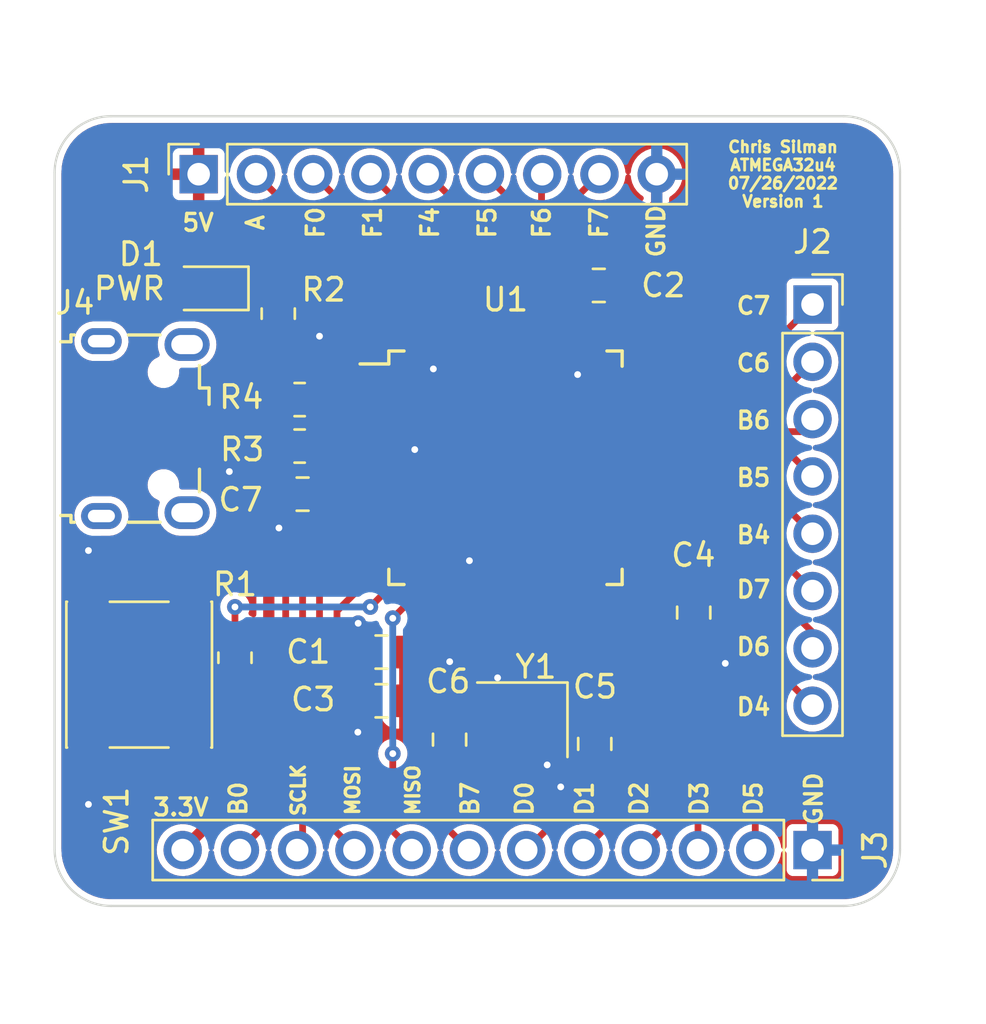
<source format=kicad_pcb>
(kicad_pcb (version 20211014) (generator pcbnew)
  (layers (0 "F.Cu" signal) (31 "B.Cu" signal) (34 "B.Paste" user) (35 "F.Paste" user) (36 "B.SilkS" user "B.Silkscreen") (37 "F.SilkS" user "F.Silkscreen") (38 "B.Mask" user) (39 "F.Mask" user) (44 "Edge.Cuts" user))
  (net 0 "")
  (net 1 "+5V")
  (net 2 "GND")
  (net 3 "/XTAL_IN")
  (net 4 "/XTAL_OUT")
  (net 5 "+3.3V")
  (net 6 "Net-(D1-Pad1)")
  (net 7 "/AREF")
  (net 8 "/F0")
  (net 9 "/F1")
  (net 10 "/F4")
  (net 11 "/F5")
  (net 12 "/F6")
  (net 13 "/F7")
  (net 14 "/C6")
  (net 15 "/C7")
  (net 16 "/B4")
  (net 17 "/B5")
  (net 18 "/B6")
  (net 19 "/B7")
  (net 20 "/D0")
  (net 21 "/D1")
  (net 22 "/D2")
  (net 23 "/D3")
  (net 24 "/D4")
  (net 25 "/D5")
  (net 26 "/D6")
  (net 27 "/D7")
  (net 28 "/B0")
  (net 29 "/SCLK")
  (net 30 "/MOSI")
  (net 31 "/MISO")
  (net 32 "/USB_D+")
  (net 33 "/USB_D-")
  (net 36 "/RST")
  (net 37 "Net-(J4-Pad2)")
  (net 38 "Net-(J4-Pad3)")
  (footprint "Capacitor_SMD:C_0805_2012Metric_Pad1.18x1.45mm_HandSolder" (layer "F.Cu") (at 137.52 52.63 -90)
    (fp_text reference "C6" (at -2.58 0.06 180) (layer "F.SilkS"))
    (fp_text value "22pF")
    (fp_line (start -0.261252 0.735) (end 0.261252 0.735) (layer "F.SilkS") (width 0.12))
    (fp_line (start -0.261252 -0.735) (end 0.261252 -0.735) (layer "F.SilkS") (width 0.12))
    (pad "1" smd roundrect (at -1.0375 0 270) (size 1.175 1.45) (layers "F.Cu" "F.Paste" "F.Mask") (roundrect_rratio 0.2127659574) (net 2 "GND"))
    (pad "2" smd roundrect (at 1.0375 0 270) (size 1.175 1.45) (layers "F.Cu" "F.Paste" "F.Mask") (roundrect_rratio 0.2127659574) (net 4 "/XTAL_OUT"))
  )
  (footprint "Capacitor_SMD:C_0805_2012Metric_Pad1.18x1.45mm_HandSolder" (layer "F.Cu") (at 144.14 32.5 180)
    (fp_text reference "C2" (at -2.86 0) (layer "F.SilkS"))
    (fp_text value "100nF")
    (fp_line (start -0.261252 -0.735) (end 0.261252 -0.735) (layer "F.SilkS") (width 0.12))
    (fp_line (start -0.261252 0.735) (end 0.261252 0.735) (layer "F.SilkS") (width 0.12))
    (pad "1" smd roundrect (at -1.0375 0 180) (size 1.175 1.45) (layers "F.Cu" "F.Paste" "F.Mask") (roundrect_rratio 0.2127659574) (net 1 "+5V"))
    (pad "2" smd roundrect (at 1.0375 0 180) (size 1.175 1.45) (layers "F.Cu" "F.Paste" "F.Mask") (roundrect_rratio 0.2127659574) (net 2 "GND"))
  )
  (footprint "Connector_USB:USB_Micro-B_Wuerth_629105150521" (layer "F.Cu") (at 124.025 38.845 -90)
    (fp_text reference "J4" (at -5.571 3.121 180) (layer "F.SilkS"))
    (fp_text value "USB_B_Micro")
    (fp_line (start -4.15 3.3) (end -3.85 3.3) (layer "F.SilkS") (width 0.15))
    (fp_line (start -4.15 -0.65) (end -4.15 0.75) (layer "F.SilkS") (width 0.15))
    (fp_line (start -1.075 -2.825) (end -1.8 -2.825) (layer "F.SilkS") (width 0.15))
    (fp_line (start -4.15 3.15) (end -4.15 3.3) (layer "F.SilkS") (width 0.15))
    (fp_line (start 3.85 3.75) (end 3.85 3.3) (layer "F.SilkS") (width 0.15))
    (fp_line (start 4.15 3.3) (end 4.15 3.15) (layer "F.SilkS") (width 0.15))
    (fp_line (start 3.85 3.3) (end 4.15 3.3) (layer "F.SilkS") (width 0.15))
    (fp_line (start -3.85 3.3) (end -3.85 3.75) (layer "F.SilkS") (width 0.15))
    (fp_line (start 1.8 -2.4) (end 2.8 -2.4) (layer "F.SilkS") (width 0.15))
    (fp_line (start -1.8 -2.825) (end -1.8 -2.4) (layer "F.SilkS") (width 0.15))
    (fp_line (start -1.8 -2.4) (end -2.8 -2.4) (layer "F.SilkS") (width 0.15))
    (fp_line (start 4.15 0.75) (end 4.15 -0.65) (layer "F.SilkS") (width 0.15))
    (pad "" np_thru_hole oval (at 2.5 -0.8 270) (size 0.8 0.8) (drill 0.8) (layers *.Cu *.Mask))
    (pad "" np_thru_hole oval (at -2.5 -0.8 270) (size 0.8 0.8) (drill 0.8) (layers *.Cu *.Mask))
    (pad "1" smd rect (at -1.3 -1.9 270) (size 0.45 1.3) (layers "F.Cu" "F.Paste" "F.Mask") (net 1 "+5V"))
    (pad "2" smd rect (at -0.65 -1.9 270) (size 0.45 1.3) (layers "F.Cu" "F.Paste" "F.Mask") (net 37 "Net-(J4-Pad2)"))
    (pad "3" smd rect (at 0 -1.9 270) (size 0.45 1.3) (layers "F.Cu" "F.Paste" "F.Mask") (net 38 "Net-(J4-Pad3)"))
    (pad "4" smd rect (at 0.65 -1.9 270) (size 0.45 1.3) (layers "F.Cu" "F.Paste" "F.Mask"))
    (pad "5" smd rect (at 1.3 -1.9 270) (size 0.45 1.3) (layers "F.Cu" "F.Paste" "F.Mask") (net 2 "GND"))
    (pad "6" thru_hole oval (at -3.725 -1.85 270) (size 1.45 2) (drill oval 0.85 1.4) (layers *.Cu *.Mask))
    (pad "6" thru_hole oval (at -3.875 1.95 270) (size 1.15 1.8) (drill oval 0.55 1.2) (layers *.Cu *.Mask))
    (pad "6" thru_hole oval (at 3.875 1.95 270) (size 1.15 1.8) (drill oval 0.55 1.2) (layers *.Cu *.Mask))
    (pad "6" thru_hole oval (at 3.725 -1.85 270) (size 1.45 2) (drill oval 0.85 1.4) (layers *.Cu *.Mask))
  )
  (footprint "Package_QFP:TQFP-44_10x10mm_P0.8mm" (layer "F.Cu") (at 140 40.58)
    (fp_text reference "U1" (at 0 -7.45) (layer "F.SilkS"))
    (fp_text value "ATmega32U4-A")
    (fp_line (start -5.175 -5.175) (end -5.175 -4.6) (layer "F.SilkS") (width 0.15))
    (fp_line (start 5.175 -5.175) (end 5.175 -4.5) (layer "F.SilkS") (width 0.15))
    (fp_line (start -5.175 -5.175) (end -4.5 -5.175) (layer "F.SilkS") (width 0.15))
    (fp_line (start -5.175 5.175) (end -4.5 5.175) (layer "F.SilkS") (width 0.15))
    (fp_line (start -5.175 5.175) (end -5.175 4.5) (layer "F.SilkS") (width 0.15))
    (fp_line (start 5.175 -5.175) (end 4.5 -5.175) (layer "F.SilkS") (width 0.15))
    (fp_line (start 5.175 5.175) (end 4.5 5.175) (layer "F.SilkS") (width 0.15))
    (fp_line (start 5.175 5.175) (end 5.175 4.5) (layer "F.SilkS") (width 0.15))
    (fp_line (start -5.175 -4.6) (end -6.45 -4.6) (layer "F.SilkS") (width 0.15))
    (pad "1" smd rect (at -5.7 -4) (size 1.5 0.55) (layers "F.Cu" "F.Paste" "F.Mask"))
    (pad "2" smd rect (at -5.7 -3.2) (size 1.5 0.55) (layers "F.Cu" "F.Paste" "F.Mask") (net 1 "+5V"))
    (pad "3" smd rect (at -5.7 -2.4) (size 1.5 0.55) (layers "F.Cu" "F.Paste" "F.Mask") (net 33 "/USB_D-"))
    (pad "4" smd rect (at -5.7 -1.6) (size 1.5 0.55) (layers "F.Cu" "F.Paste" "F.Mask") (net 32 "/USB_D+"))
    (pad "5" smd rect (at -5.7 -0.8) (size 1.5 0.55) (layers "F.Cu" "F.Paste" "F.Mask") (net 2 "GND"))
    (pad "6" smd rect (at -5.7 0) (size 1.5 0.55) (layers "F.Cu" "F.Paste" "F.Mask") (net 5 "+3.3V"))
    (pad "7" smd rect (at -5.7 0.8) (size 1.5 0.55) (layers "F.Cu" "F.Paste" "F.Mask") (net 1 "+5V"))
    (pad "8" smd rect (at -5.7 1.6) (size 1.5 0.55) (layers "F.Cu" "F.Paste" "F.Mask") (net 28 "/B0"))
    (pad "9" smd rect (at -5.7 2.4) (size 1.5 0.55) (layers "F.Cu" "F.Paste" "F.Mask") (net 29 "/SCLK"))
    (pad "10" smd rect (at -5.7 3.2) (size 1.5 0.55) (layers "F.Cu" "F.Paste" "F.Mask") (net 30 "/MOSI"))
    (pad "11" smd rect (at -5.7 4) (size 1.5 0.55) (layers "F.Cu" "F.Paste" "F.Mask") (net 31 "/MISO"))
    (pad "12" smd rect (at -4 5.7 90) (size 1.5 0.55) (layers "F.Cu" "F.Paste" "F.Mask") (net 19 "/B7"))
    (pad "13" smd rect (at -3.2 5.7 90) (size 1.5 0.55) (layers "F.Cu" "F.Paste" "F.Mask") (net 36 "/RST"))
    (pad "14" smd rect (at -2.4 5.7 90) (size 1.5 0.55) (layers "F.Cu" "F.Paste" "F.Mask") (net 1 "+5V"))
    (pad "15" smd rect (at -1.6 5.7 90) (size 1.5 0.55) (layers "F.Cu" "F.Paste" "F.Mask") (net 2 "GND"))
    (pad "16" smd rect (at -0.8 5.7 90) (size 1.5 0.55) (layers "F.Cu" "F.Paste" "F.Mask") (net 4 "/XTAL_OUT"))
    (pad "17" smd rect (at 0 5.7 90) (size 1.5 0.55) (layers "F.Cu" "F.Paste" "F.Mask") (net 3 "/XTAL_IN"))
    (pad "18" smd rect (at 0.8 5.7 90) (size 1.5 0.55) (layers "F.Cu" "F.Paste" "F.Mask") (net 20 "/D0"))
    (pad "19" smd rect (at 1.6 5.7 90) (size 1.5 0.55) (layers "F.Cu" "F.Paste" "F.Mask") (net 21 "/D1"))
    (pad "20" smd rect (at 2.4 5.7 90) (size 1.5 0.55) (layers "F.Cu" "F.Paste" "F.Mask") (net 22 "/D2"))
    (pad "21" smd rect (at 3.2 5.7 90) (size 1.5 0.55) (layers "F.Cu" "F.Paste" "F.Mask") (net 23 "/D3"))
    (pad "22" smd rect (at 4 5.7 90) (size 1.5 0.55) (layers "F.Cu" "F.Paste" "F.Mask") (net 25 "/D5"))
    (pad "23" smd rect (at 5.7 4) (size 1.5 0.55) (layers "F.Cu" "F.Paste" "F.Mask") (net 2 "GND"))
    (pad "24" smd rect (at 5.7 3.2) (size 1.5 0.55) (layers "F.Cu" "F.Paste" "F.Mask") (net 1 "+5V"))
    (pad "25" smd rect (at 5.7 2.4) (size 1.5 0.55) (layers "F.Cu" "F.Paste" "F.Mask") (net 24 "/D4"))
    (pad "26" smd rect (at 5.7 1.6) (size 1.5 0.55) (layers "F.Cu" "F.Paste" "F.Mask") (net 26 "/D6"))
    (pad "27" smd rect (at 5.7 0.8) (size 1.5 0.55) (layers "F.Cu" "F.Paste" "F.Mask") (net 27 "/D7"))
    (pad "28" smd rect (at 5.7 0) (size 1.5 0.55) (layers "F.Cu" "F.Paste" "F.Mask") (net 16 "/B4"))
    (pad "29" smd rect (at 5.7 -0.8) (size 1.5 0.55) (layers "F.Cu" "F.Paste" "F.Mask") (net 17 "/B5"))
    (pad "30" smd rect (at 5.7 -1.6) (size 1.5 0.55) (layers "F.Cu" "F.Paste" "F.Mask") (net 18 "/B6"))
    (pad "31" smd rect (at 5.7 -2.4) (size 1.5 0.55) (layers "F.Cu" "F.Paste" "F.Mask") (net 14 "/C6"))
    (pad "32" smd rect (at 5.7 -3.2) (size 1.5 0.55) (layers "F.Cu" "F.Paste" "F.Mask") (net 15 "/C7"))
    (pad "33" smd rect (at 5.7 -4) (size 1.5 0.55) (layers "F.Cu" "F.Paste" "F.Mask"))
    (pad "34" smd rect (at 4 -5.7 90) (size 1.5 0.55) (layers "F.Cu" "F.Paste" "F.Mask") (net 1 "+5V"))
    (pad "35" smd rect (at 3.2 -5.7 90) (size 1.5 0.55) (layers "F.Cu" "F.Paste" "F.Mask") (net 2 "GND"))
    (pad "36" smd rect (at 2.4 -5.7 90) (size 1.5 0.55) (layers "F.Cu" "F.Paste" "F.Mask") (net 13 "/F7"))
    (pad "37" smd rect (at 1.6 -5.7 90) (size 1.5 0.55) (layers "F.Cu" "F.Paste" "F.Mask") (net 12 "/F6"))
    (pad "38" smd rect (at 0.8 -5.7 90) (size 1.5 0.55) (layers "F.Cu" "F.Paste" "F.Mask") (net 11 "/F5"))
    (pad "39" smd rect (at 0 -5.7 90) (size 1.5 0.55) (layers "F.Cu" "F.Paste" "F.Mask") (net 10 "/F4"))
    (pad "40" smd rect (at -0.8 -5.7 90) (size 1.5 0.55) (layers "F.Cu" "F.Paste" "F.Mask") (net 9 "/F1"))
    (pad "41" smd rect (at -1.6 -5.7 90) (size 1.5 0.55) (layers "F.Cu" "F.Paste" "F.Mask") (net 8 "/F0"))
    (pad "42" smd rect (at -2.4 -5.7 90) (size 1.5 0.55) (layers "F.Cu" "F.Paste" "F.Mask") (net 7 "/AREF"))
    (pad "43" smd rect (at -3.2 -5.7 90) (size 1.5 0.55) (layers "F.Cu" "F.Paste" "F.Mask") (net 2 "GND"))
    (pad "44" smd rect (at -4 -5.7 90) (size 1.5 0.55) (layers "F.Cu" "F.Paste" "F.Mask") (net 1 "+5V"))
  )
  (footprint "Button_Switch_SMD:SW_Push_1P1T_NO_6x6mm_H9.5mm" (layer "F.Cu") (at 123.75 49.75 90)
    (fp_text reference "SW1" (at -6.5 -1 270) (layer "F.SilkS"))
    (fp_text value "SW_Push")
    (fp_line (start -3.23 3.23) (end -3.23 3.2) (layer "F.SilkS") (width 0.12))
    (fp_line (start 3.23 3.23) (end 3.23 3.2) (layer "F.SilkS") (width 0.12))
    (fp_line (start -3.23 -3.23) (end 3.23 -3.23) (layer "F.SilkS") (width 0.12))
    (fp_line (start -3.23 3.23) (end 3.23 3.23) (layer "F.SilkS") (width 0.12))
    (fp_line (start 3.23 -3.23) (end 3.23 -3.2) (layer "F.SilkS") (width 0.12))
    (fp_line (start -3.23 -3.2) (end -3.23 -3.23) (layer "F.SilkS") (width 0.12))
    (fp_line (start -3.23 -1.3) (end -3.23 1.3) (layer "F.SilkS") (width 0.12))
    (fp_line (start 3.23 -1.3) (end 3.23 1.3) (layer "F.SilkS") (width 0.12))
    (pad "1" smd rect (at -3.975 -2.25 90) (size 1.55 1.3) (layers "F.Cu" "F.Paste" "F.Mask") (net 2 "GND"))
    (pad "1" smd rect (at 3.975 -2.25 90) (size 1.55 1.3) (layers "F.Cu" "F.Paste" "F.Mask") (net 2 "GND"))
    (pad "2" smd rect (at -3.975 2.25 90) (size 1.55 1.3) (layers "F.Cu" "F.Paste" "F.Mask") (net 36 "/RST"))
    (pad "2" smd rect (at 3.975 2.25 90) (size 1.55 1.3) (layers "F.Cu" "F.Paste" "F.Mask") (net 36 "/RST"))
  )
  (footprint "Resistor_SMD:R_0805_2012Metric_Pad1.20x1.40mm_HandSolder" (layer "F.Cu") (at 130.87 37.56)
    (fp_text reference "R4" (at -2.59 -0.11) (layer "F.SilkS"))
    (fp_text value "22R")
    (fp_line (start -0.227064 0.735) (end 0.227064 0.735) (layer "F.SilkS") (width 0.12))
    (fp_line (start -0.227064 -0.735) (end 0.227064 -0.735) (layer "F.SilkS") (width 0.12))
    (pad "1" smd roundrect (at -1 0) (size 1.2 1.4) (layers "F.Cu" "F.Paste" "F.Mask") (roundrect_rratio 0.2083333333) (net 37 "Net-(J4-Pad2)"))
    (pad "2" smd roundrect (at 1 0) (size 1.2 1.4) (layers "F.Cu" "F.Paste" "F.Mask") (roundrect_rratio 0.2083333333) (net 33 "/USB_D-"))
  )
  (footprint "Capacitor_SMD:C_0805_2012Metric_Pad1.18x1.45mm_HandSolder" (layer "F.Cu") (at 134.5 48.75 180)
    (fp_text reference "C1" (at 3.25 0.01) (layer "F.SilkS"))
    (fp_text value "10uF")
    (fp_line (start -0.261252 0.735) (end 0.261252 0.735) (layer "F.SilkS") (width 0.12))
    (fp_line (start -0.261252 -0.735) (end 0.261252 -0.735) (layer "F.SilkS") (width 0.12))
    (pad "1" smd roundrect (at -1.0375 0 180) (size 1.175 1.45) (layers "F.Cu" "F.Paste" "F.Mask") (roundrect_rratio 0.2127659574) (net 1 "+5V"))
    (pad "2" smd roundrect (at 1.0375 0 180) (size 1.175 1.45) (layers "F.Cu" "F.Paste" "F.Mask") (roundrect_rratio 0.2127659574) (net 2 "GND"))
  )
  (footprint "LED_SMD:LED_0805_2012Metric_Pad1.15x1.40mm_HandSolder" (layer "F.Cu") (at 126.74 32.63 180)
    (fp_text reference "D1" (at 2.915 1.515) (layer "F.SilkS"))
    (fp_text value "RED")
    (fp_line (start 1 -0.96) (end -1.86 -0.96) (layer "F.SilkS") (width 0.12))
    (fp_line (start -1.86 0.96) (end 1 0.96) (layer "F.SilkS") (width 0.12))
    (fp_line (start -1.86 -0.96) (end -1.86 0.96) (layer "F.SilkS") (width 0.12))
    (pad "1" smd roundrect (at -1.025 0 180) (size 1.15 1.4) (layers "F.Cu" "F.Paste" "F.Mask") (roundrect_rratio 0.2173913043) (net 6 "Net-(D1-Pad1)"))
    (pad "2" smd roundrect (at 1.025 0 180) (size 1.15 1.4) (layers "F.Cu" "F.Paste" "F.Mask") (roundrect_rratio 0.2173913043) (net 1 "+5V"))
  )
  (footprint "Resistor_SMD:R_0805_2012Metric_Pad1.20x1.40mm_HandSolder" (layer "F.Cu") (at 128 49 -90)
    (fp_text reference "R1" (at -3.25 0 180) (layer "F.SilkS"))
    (fp_text value "10k")
    (fp_line (start -0.227064 -0.735) (end 0.227064 -0.735) (layer "F.SilkS") (width 0.12))
    (fp_line (start -0.227064 0.735) (end 0.227064 0.735) (layer "F.SilkS") (width 0.12))
    (pad "1" smd roundrect (at -1 0 270) (size 1.2 1.4) (layers "F.Cu" "F.Paste" "F.Mask") (roundrect_rratio 0.2083333333) (net 36 "/RST"))
    (pad "2" smd roundrect (at 1 0 270) (size 1.2 1.4) (layers "F.Cu" "F.Paste" "F.Mask") (roundrect_rratio 0.2083333333) (net 1 "+5V"))
  )
  (footprint "Capacitor_SMD:C_0805_2012Metric_Pad1.18x1.45mm_HandSolder" (layer "F.Cu") (at 131 41.75 180)
    (fp_text reference "C7" (at 2.75 -0.25 180) (layer "F.SilkS"))
    (fp_text value "1uF")
    (fp_line (start -0.261252 0.735) (end 0.261252 0.735) (layer "F.SilkS") (width 0.12))
    (fp_line (start -0.261252 -0.735) (end 0.261252 -0.735) (layer "F.SilkS") (width 0.12))
    (pad "1" smd roundrect (at -1.0375 0 180) (size 1.175 1.45) (layers "F.Cu" "F.Paste" "F.Mask") (roundrect_rratio 0.2127659574) (net 5 "+3.3V"))
    (pad "2" smd roundrect (at 1.0375 0 180) (size 1.175 1.45) (layers "F.Cu" "F.Paste" "F.Mask") (roundrect_rratio 0.2127659574) (net 2 "GND"))
  )
  (footprint "Capacitor_SMD:C_0805_2012Metric_Pad1.18x1.45mm_HandSolder" (layer "F.Cu") (at 148.35 47 -90)
    (fp_text reference "C4" (at -2.55 0.014 180) (layer "F.SilkS"))
    (fp_text value "100nF")
    (fp_line (start -0.261252 0.735) (end 0.261252 0.735) (layer "F.SilkS") (width 0.12))
    (fp_line (start -0.261252 -0.735) (end 0.261252 -0.735) (layer "F.SilkS") (width 0.12))
    (pad "1" smd roundrect (at -1.0375 0 270) (size 1.175 1.45) (layers "F.Cu" "F.Paste" "F.Mask") (roundrect_rratio 0.2127659574) (net 1 "+5V"))
    (pad "2" smd roundrect (at 1.0375 0 270) (size 1.175 1.45) (layers "F.Cu" "F.Paste" "F.Mask") (roundrect_rratio 0.2127659574) (net 2 "GND"))
  )
  (footprint "Connector_PinSocket_2.54mm:PinSocket_1x12_P2.54mm_Vertical" (layer "F.Cu") (at 153.62 57.525 -90)
    (fp_text reference "J3" (at 0 -2.77 -90) (layer "F.SilkS"))
    (fp_text value "Conn_01x12_Female")
    (fp_line (start 1.33 1.27) (end 1.33 29.27) (layer "F.SilkS") (width 0.12))
    (fp_line (start -1.33 1.27) (end -1.33 29.27) (layer "F.SilkS") (width 0.12))
    (fp_line (start 1.33 -1.33) (end 1.33 0) (layer "F.SilkS") (width 0.12))
    (fp_line (start -1.33 29.27) (end 1.33 29.27) (layer "F.SilkS") (width 0.12))
    (fp_line (start 0 -1.33) (end 1.33 -1.33) (layer "F.SilkS") (width 0.12))
    (fp_line (start -1.33 1.27) (end 1.33 1.27) (layer "F.SilkS") (width 0.12))
    (pad "1" thru_hole rect (at 0 0 270) (size 1.7 1.7) (drill 1) (layers *.Cu *.Mask) (net 2 "GND"))
    (pad "2" thru_hole oval (at 0 2.54 270) (size 1.7 1.7) (drill 1) (layers *.Cu *.Mask) (net 25 "/D5"))
    (pad "3" thru_hole oval (at 0 5.08 270) (size 1.7 1.7) (drill 1) (layers *.Cu *.Mask) (net 23 "/D3"))
    (pad "4" thru_hole oval (at 0 7.62 270) (size 1.7 1.7) (drill 1) (layers *.Cu *.Mask) (net 22 "/D2"))
    (pad "5" thru_hole oval (at 0 10.16 270) (size 1.7 1.7) (drill 1) (layers *.Cu *.Mask) (net 21 "/D1"))
    (pad "6" thru_hole oval (at 0 12.7 270) (size 1.7 1.7) (drill 1) (layers *.Cu *.Mask) (net 20 "/D0"))
    (pad "7" thru_hole oval (at 0 15.24 270) (size 1.7 1.7) (drill 1) (layers *.Cu *.Mask) (net 19 "/B7"))
    (pad "8" thru_hole oval (at 0 17.78 270) (size 1.7 1.7) (drill 1) (layers *.Cu *.Mask) (net 31 "/MISO"))
    (pad "9" thru_hole oval (at 0 20.32 270) (size 1.7 1.7) (drill 1) (layers *.Cu *.Mask) (net 30 "/MOSI"))
    (pad "10" thru_hole oval (at 0 22.86 270) (size 1.7 1.7) (drill 1) (layers *.Cu *.Mask) (net 29 "/SCLK"))
    (pad "11" thru_hole oval (at 0 25.4 270) (size 1.7 1.7) (drill 1) (layers *.Cu *.Mask) (net 28 "/B0"))
    (pad "12" thru_hole oval (at 0 27.94 270) (size 1.7 1.7) (drill 1) (layers *.Cu *.Mask) (net 5 "+3.3V"))
  )
  (footprint "Resistor_SMD:R_0805_2012Metric_Pad1.20x1.40mm_HandSolder" (layer "F.Cu") (at 130.87 39.62)
    (fp_text reference "R3" (at -2.55 0.15) (layer "F.SilkS"))
    (fp_text value "22R")
    (fp_line (start -0.227064 0.735) (end 0.227064 0.735) (layer "F.SilkS") (width 0.12))
    (fp_line (start -0.227064 -0.735) (end 0.227064 -0.735) (layer "F.SilkS") (width 0.12))
    (pad "1" smd roundrect (at -1 0) (size 1.2 1.4) (layers "F.Cu" "F.Paste" "F.Mask") (roundrect_rratio 0.2083333333) (net 38 "Net-(J4-Pad3)"))
    (pad "2" smd roundrect (at 1 0) (size 1.2 1.4) (layers "F.Cu" "F.Paste" "F.Mask") (roundrect_rratio 0.2083333333) (net 32 "/USB_D+"))
  )
  (footprint "Capacitor_SMD:C_0805_2012Metric_Pad1.18x1.45mm_HandSolder" (layer "F.Cu") (at 143.96 52.82 90)
    (fp_text reference "C5" (at 2.53 0.01) (layer "F.SilkS"))
    (fp_text value "22pF")
    (fp_line (start -0.261252 -0.735) (end 0.261252 -0.735) (layer "F.SilkS") (width 0.12))
    (fp_line (start -0.261252 0.735) (end 0.261252 0.735) (layer "F.SilkS") (width 0.12))
    (pad "1" smd roundrect (at -1.0375 0 90) (size 1.175 1.45) (layers "F.Cu" "F.Paste" "F.Mask") (roundrect_rratio 0.2127659574) (net 2 "GND"))
    (pad "2" smd roundrect (at 1.0375 0 90) (size 1.175 1.45) (layers "F.Cu" "F.Paste" "F.Mask") (roundrect_rratio 0.2127659574) (net 3 "/XTAL_IN"))
  )
  (footprint "Connector_PinSocket_2.54mm:PinSocket_1x09_P2.54mm_Vertical" (layer "F.Cu") (at 126.39 27.57 90)
    (fp_text reference "J1" (at 0 -2.77 90) (layer "F.SilkS"))
    (fp_text value "Conn_01x09_Female")
    (fp_line (start -1.33 21.65) (end 1.33 21.65) (layer "F.SilkS") (width 0.12))
    (fp_line (start -1.33 1.27) (end -1.33 21.65) (layer "F.SilkS") (width 0.12))
    (fp_line (start 0 -1.33) (end 1.33 -1.33) (layer "F.SilkS") (width 0.12))
    (fp_line (start -1.33 1.27) (end 1.33 1.27) (layer "F.SilkS") (width 0.12))
    (fp_line (start 1.33 1.27) (end 1.33 21.65) (layer "F.SilkS") (width 0.12))
    (fp_line (start 1.33 -1.33) (end 1.33 0) (layer "F.SilkS") (width 0.12))
    (pad "1" thru_hole rect (at 0 0 90) (size 1.7 1.7) (drill 1) (layers *.Cu *.Mask) (net 1 "+5V"))
    (pad "2" thru_hole oval (at 0 2.54 90) (size 1.7 1.7) (drill 1) (layers *.Cu *.Mask) (net 7 "/AREF"))
    (pad "3" thru_hole oval (at 0 5.08 90) (size 1.7 1.7) (drill 1) (layers *.Cu *.Mask) (net 8 "/F0"))
    (pad "4" thru_hole oval (at 0 7.62 90) (size 1.7 1.7) (drill 1) (layers *.Cu *.Mask) (net 9 "/F1"))
    (pad "5" thru_hole oval (at 0 10.16 90) (size 1.7 1.7) (drill 1) (layers *.Cu *.Mask) (net 10 "/F4"))
    (pad "6" thru_hole oval (at 0 12.7 90) (size 1.7 1.7) (drill 1) (layers *.Cu *.Mask) (net 11 "/F5"))
    (pad "7" thru_hole oval (at 0 15.24 90) (size 1.7 1.7) (drill 1) (layers *.Cu *.Mask) (net 12 "/F6"))
    (pad "8" thru_hole oval (at 0 17.78 90) (size 1.7 1.7) (drill 1) (layers *.Cu *.Mask) (net 13 "/F7"))
    (pad "9" thru_hole oval (at 0 20.32 90) (size 1.7 1.7) (drill 1) (layers *.Cu *.Mask) (net 2 "GND"))
  )
  (footprint "Crystal:Crystal_SMD_3225-4Pin_3.2x2.5mm" (layer "F.Cu") (at 140.75 51.75 180)
    (fp_text reference "Y1" (at -0.601 2.347) (layer "F.SilkS"))
    (fp_text value "16MHz")
    (fp_line (start -2 1.65) (end 2 1.65) (layer "F.SilkS") (width 0.12))
    (fp_line (start -2 -1.65) (end -2 1.65) (layer "F.SilkS") (width 0.12))
    (pad "1" smd rect (at -1.1 0.85 180) (size 1.4 1.2) (layers "F.Cu" "F.Paste" "F.Mask") (net 3 "/XTAL_IN"))
    (pad "2" smd rect (at 1.1 0.85 180) (size 1.4 1.2) (layers "F.Cu" "F.Paste" "F.Mask") (net 2 "GND"))
    (pad "3" smd rect (at 1.1 -0.85 180) (size 1.4 1.2) (layers "F.Cu" "F.Paste" "F.Mask") (net 4 "/XTAL_OUT"))
    (pad "4" smd rect (at -1.1 -0.85 180) (size 1.4 1.2) (layers "F.Cu" "F.Paste" "F.Mask") (net 2 "GND"))
  )
  (footprint "Connector_PinSocket_2.54mm:PinSocket_1x08_P2.54mm_Vertical" (layer "F.Cu") (at 153.62 33.345)
    (fp_text reference "J2" (at 0 -2.77) (layer "F.SilkS"))
    (fp_text value "Conn_01x08_Female")
    (fp_line (start 1.33 -1.33) (end 1.33 0) (layer "F.SilkS") (width 0.12))
    (fp_line (start 0 -1.33) (end 1.33 -1.33) (layer "F.SilkS") (width 0.12))
    (fp_line (start -1.33 1.27) (end -1.33 19.11) (layer "F.SilkS") (width 0.12))
    (fp_line (start -1.33 19.11) (end 1.33 19.11) (layer "F.SilkS") (width 0.12))
    (fp_line (start 1.33 1.27) (end 1.33 19.11) (layer "F.SilkS") (width 0.12))
    (fp_line (start -1.33 1.27) (end 1.33 1.27) (layer "F.SilkS") (width 0.12))
    (pad "1" thru_hole rect (at 0 0) (size 1.7 1.7) (drill 1) (layers *.Cu *.Mask) (net 15 "/C7"))
    (pad "2" thru_hole oval (at 0 2.54) (size 1.7 1.7) (drill 1) (layers *.Cu *.Mask) (net 14 "/C6"))
    (pad "3" thru_hole oval (at 0 5.08) (size 1.7 1.7) (drill 1) (layers *.Cu *.Mask) (net 18 "/B6"))
    (pad "4" thru_hole oval (at 0 7.62) (size 1.7 1.7) (drill 1) (layers *.Cu *.Mask) (net 17 "/B5"))
    (pad "5" thru_hole oval (at 0 10.16) (size 1.7 1.7) (drill 1) (layers *.Cu *.Mask) (net 16 "/B4"))
    (pad "6" thru_hole oval (at 0 12.7) (size 1.7 1.7) (drill 1) (layers *.Cu *.Mask) (net 27 "/D7"))
    (pad "7" thru_hole oval (at 0 15.24) (size 1.7 1.7) (drill 1) (layers *.Cu *.Mask) (net 26 "/D6"))
    (pad "8" thru_hole oval (at 0 17.78) (size 1.7 1.7) (drill 1) (layers *.Cu *.Mask) (net 24 "/D4"))
  )
  (footprint "Capacitor_SMD:C_0805_2012Metric_Pad1.18x1.45mm_HandSolder" (layer "F.Cu") (at 134.5 50.91 180)
    (fp_text reference "C3" (at 3.03 0.06) (layer "F.SilkS"))
    (fp_text value "100nF")
    (fp_line (start -0.261252 -0.735) (end 0.261252 -0.735) (layer "F.SilkS") (width 0.12))
    (fp_line (start -0.261252 0.735) (end 0.261252 0.735) (layer "F.SilkS") (width 0.12))
    (pad "1" smd roundrect (at -1.0375 0 180) (size 1.175 1.45) (layers "F.Cu" "F.Paste" "F.Mask") (roundrect_rratio 0.2127659574) (net 1 "+5V"))
    (pad "2" smd roundrect (at 1.0375 0 180) (size 1.175 1.45) (layers "F.Cu" "F.Paste" "F.Mask") (roundrect_rratio 0.2127659574) (net 2 "GND"))
  )
  (footprint "Resistor_SMD:R_0805_2012Metric_Pad1.20x1.40mm_HandSolder" (layer "F.Cu") (at 129.92 33.75 90)
    (fp_text reference "R2" (at 1.06 2.01 180) (layer "F.SilkS"))
    (fp_text value "1k5")
    (fp_line (start -0.227064 -0.735) (end 0.227064 -0.735) (layer "F.SilkS") (width 0.12))
    (fp_line (start -0.227064 0.735) (end 0.227064 0.735) (layer "F.SilkS") (width 0.12))
    (pad "1" smd roundrect (at -1 0 90) (size 1.2 1.4) (layers "F.Cu" "F.Paste" "F.Mask") (roundrect_rratio 0.2083333333) (net 2 "GND"))
    (pad "2" smd roundrect (at 1 0 90) (size 1.2 1.4) (layers "F.Cu" "F.Paste" "F.Mask") (roundrect_rratio 0.2083333333) (net 6 "Net-(D1-Pad1)"))
  )
  (gr_line (start 157.5 30) (end 157.5 27.5) (layer "Edge.Cuts") (width 0.1))
  (gr_line (start 122.5 60) (end 155 60) (layer "Edge.Cuts") (width 0.1))
  (gr_line (start 120 57.5) (end 120 27.5) (layer "Edge.Cuts") (width 0.1))
  (gr_arc (start 155 25) (mid 156.767767 25.732233) (end 157.5 27.5) (layer "Edge.Cuts") (width 0.1))
  (gr_arc (start 122.5 60) (mid 120.732233 59.267767) (end 120 57.5) (layer "Edge.Cuts") (width 0.1))
  (gr_line (start 157.5 57.5) (end 157.5 30) (layer "Edge.Cuts") (width 0.1))
  (gr_arc (start 120 27.5) (mid 120.732233 25.732233) (end 122.5 25) (layer "Edge.Cuts") (width 0.1))
  (gr_line (start 155 25) (end 122.5 25) (layer "Edge.Cuts") (width 0.1))
  (gr_arc (start 157.5 57.5) (mid 156.767767 59.267767) (end 155 60) (layer "Edge.Cuts") (width 0.1))
  (gr_text "D0" (at 140.843 55.245 90) (layer "F.SilkS") (effects (font (size 0.75 0.75))))
  (gr_text "B7" (at 138.43 55.245 90) (layer "F.SilkS") (effects (font (size 0.75 0.75))))
  (gr_text "B5" (at 151.003 41.021) (layer "F.SilkS") (effects (font (size 0.75 0.75))))
  (gr_text "D3" (at 148.59 55.245 90) (layer "F.SilkS") (effects (font (size 0.75 0.75))))
  (gr_text "3.3V" (at 125.603 55.626) (layer "F.SilkS") (effects (font (size 0.75 0.75))))
  (gr_text "D5" (at 151.003 55.245 90) (layer "F.SilkS") (effects (font (size 0.75 0.75))))
  (gr_text "D6" (at 151.003 48.514) (layer "F.SilkS") (effects (font (size 0.75 0.75))))
  (gr_text "F5" (at 139.192 29.718 90) (layer "F.SilkS") (effects (font (size 0.75 0.75))))
  (gr_text "F1" (at 134.112 29.718 90) (layer "F.SilkS") (effects (font (size 0.75 0.75))))
  (gr_text "C6" (at 151.003 35.941) (layer "F.SilkS") (effects (font (size 0.75 0.75))))
  (gr_text "D2" (at 145.923 55.245 90) (layer "F.SilkS") (effects (font (size 0.75 0.75))))
  (gr_text "F6" (at 141.605 29.718 90) (layer "F.SilkS") (effects (font (size 0.75 0.75))))
  (gr_text "GND" (at 153.67 55.245 90) (layer "F.SilkS") (effects (font (size 0.75 0.75))))
  (gr_text "5V" (at 126.365 29.718) (layer "F.SilkS") (effects (font (size 0.75 0.75))))
  (gr_text "D1" (at 143.51 55.245 90) (layer "F.SilkS") (effects (font (size 0.75 0.75))))
  (gr_text "D7" (at 151.003 45.974) (layer "F.SilkS") (effects (font (size 0.75 0.75))))
  (gr_text "PWR" (at 123.317 32.639) (layer "F.SilkS") (effects (font (size 1 1))))
  (gr_text "A" (at 128.905 29.718 90) (layer "F.SilkS") (effects (font (size 0.75 0.75))))
  (gr_text "D4" (at 151.003 51.181) (layer "F.SilkS") (effects (font (size 0.75 0.75))))
  (gr_text "F0" (at 131.572 29.718 90) (layer "F.SilkS") (effects (font (size 0.75 0.75))))
  (gr_text "Chris Silman\nATMEGA32u4\n07/26/2022\nVersion 1" (at 152.31 27.57) (layer "F.SilkS") (effects (font (size 0.5 0.5) (thickness 0.125))))
  (gr_text "F7" (at 144.145 29.718 90) (layer "F.SilkS") (effects (font (size 0.75 0.75))))
  (gr_text "C7" (at 151.003 33.401) (layer "F.SilkS") (effects (font (size 0.75 0.75))))
  (gr_text "B0" (at 128.143 55.245 90) (layer "F.SilkS") (effects (font (size 0.75 0.75))))
  (gr_text "GND" (at 146.685 30.099 90) (layer "F.SilkS") (effects (font (size 0.75 0.75))))
  (gr_text "MISO\n" (at 135.89 54.864 90) (layer "F.SilkS") (effects (font (size 0.6 0.6))))
  (gr_text "F4" (at 136.652 29.718 90) (layer "F.SilkS") (effects (font (size 0.75 0.75))))
  (gr_text "B4" (at 151.003 43.561) (layer "F.SilkS") (effects (font (size 0.75 0.75))))
  (gr_text "MOSI" (at 133.223 54.864 90) (layer "F.SilkS") (effects (font (size 0.6 0.6))))
  (gr_text "SCLK" (at 130.81 54.864 90) (layer "F.SilkS") (effects (font (size 0.6 0.6))))
  (gr_text "B6" (at 151.003 38.481) (layer "F.SilkS") (effects (font (size 0.75 0.75))))
  (segment (start 148.35 45.4) (end 148.35 45.9625) (width 0.5) (layer "F.Cu") (net 1))
  (segment (start 146.73 43.78) (end 148.35 45.4) (width 0.5) (layer "F.Cu") (net 1))
  (segment (start 135.5375 50.91) (end 135.5375 51.2125) (width 0.5) (layer "F.Cu") (net 1))
  (segment (start 145.7 43.78) (end 146.73 43.78) (width 0.5) (layer "F.Cu") (net 1))
  (segment (start 125.715 32.63) (end 125.715 33.023299) (width 0.5) (layer "F.Cu") (net 1))
  (segment (start 143.2 34.88) (end 143.2 36.45) (width 0.5) (layer "F.Cu") (net 2))
  (segment (start 129.9625 43.2375) (end 129.9625 41.75) (width 0.3) (layer "F.Cu") (net 2))
  (segment (start 133.4625 52.2875) (end 133.4625 50.91) (width 0.5) (layer "F.Cu") (net 2))
  (segment (start 148.5375 48.0375) (end 149.75 49.25) (width 0.5) (layer "F.Cu") (net 2))
  (segment (start 143.2 34.88) (end 143.2 32.5975) (width 0.5) (layer "F.Cu") (net 2))
  (segment (start 137.52 49.18) (end 137.52 51.5925) (width 0.5) (layer "F.Cu") (net 2))
  (segment (start 136.8 34.88) (end 136.8 36.2) (width 0.5) (layer "F.Cu") (net 2))
  (segment (start 129.95 43.25) (end 129.9625 43.2375) (width 0.3) (layer "F.Cu") (net 2))
  (segment (start 135.975 39.775) (end 135.97 39.78) (width 0.5) (layer "F.Cu") (net 2))
  (segment (start 139.65 50.9) (end 139.65 49.889562) (width 0.5) (layer "F.Cu") (net 2))
  (segment (start 143.2 32.5975) (end 143.1025 32.5) (width 0.5) (layer "F.Cu") (net 2))
  (segment (start 143.3175 53.8575) (end 143.96 53.8575) (width 0.5) (layer "F.Cu") (net 2))
  (segment (start 129.92 34.75) (end 131.75 34.75) (width 0.5) (layer "F.Cu") (net 2))
  (segment (start 135.97 39.78) (end 134.3 39.78) (width 0.5) (layer "F.Cu") (net 2))
  (segment (start 127.145 40.145) (end 127.75 40.75) (width 0.3) (layer "F.Cu") (net 2))
  (segment (start 142.45 54.725) (end 143.3175 53.8575) (width 0.5) (layer "F.Cu") (net 2))
  (segment (start 133.465344 47.473358) (end 133.4625 47.476202) (width 0.5) (layer "F.Cu") (net 2))
  (segment (start 125.925 40.145) (end 127.145 40.145) (width 0.3) (layer "F.Cu") (net 2))
  (segment (start 137.525 49.175) (end 137.52 49.18) (width 0.5) (layer "F.Cu") (net 2))
  (segment (start 146.71 28.8925) (end 143.1025 32.5) (width 0.5) (layer "F.Cu") (net 2))
  (segment (start 141.85 52.6) (end 141.85 53.75) (width 0.5) (layer "F.Cu") (net 2))
  (segment (start 138.4 46.28) (end 138.4 44.7) (width 0.5) (layer "F.Cu") (net 2))
  (segment (start 121.5 53.725) (end 121.5 55.5) (width 0.5) (layer "F.Cu") (net 2))
  (segment (start 133.4625 47.476202) (end 133.4625 48.75) (width 0.5) (layer "F.Cu") (net 2))
  (segment (start 148.35 48.0375) (end 148.5375 48.0375) (width 0.5) (layer "F.Cu") (net 2))
  (segment (start 146.71 27.57) (end 146.71 28.8925) (width 0.5) (layer "F.Cu") (net 2))
  (segment (start 145.7 44.58) (end 145.7 45.3875) (width 0.5) (layer "F.Cu") (net 2))
  (segment (start 145.7 45.3875) (end 148.35 48.0375) (width 0.5) (layer "F.Cu") (net 2))
  (segment (start 121.5 45.775) (end 121.5 44.25) (width 0.5) (layer "F.Cu") (net 2))
  (segment (start 133.45 52.3) (end 133.4625 52.2875) (width 0.5) (layer "F.Cu") (net 2))
  (segment (start 139.65 49.889562) (end 139.649841 49.889403) (width 0.5) (layer "F.Cu") (net 2))
  (segment (start 121.5 53.725) (end 121.5 45.775) (width 0.5) (layer "F.Cu") (net 2))
  (via (at 149.75 49.25) (size 0.7) (drill 0.3) (layers "F.Cu" "B.Cu") (net 2))
  (via (at 137.525 49.175) (size 0.7) (drill 0.3) (layers "F.Cu" "B.Cu") (net 2))
  (via (at 139.649841 49.889403) (size 0.7) (drill 0.3) (layers "F.Cu" "B.Cu") (net 2))
  (via (at 141.85 53.75) (size 0.7) (drill 0.3) (layers "F.Cu" "B.Cu") (net 2))
  (via (at 129.95 43.25) (size 0.7) (drill 0.3) (layers "F.Cu" "B.Cu") (net 2))
  (via (at 142.45 54.725) (size 0.7) (drill 0.3) (layers "F.Cu" "B.Cu") (net 2))
  (via (at 131.75 34.75) (size 0.7) (drill 0.3) (layers "F.Cu" "B.Cu") (net 2))
  (via (at 133.465344 47.473358) (size 0.7) (drill 0.3) (layers "F.Cu" "B.Cu") (net 2))
  (via (at 138.4 44.7) (size 0.7) (drill 0.3) (layers "F.Cu" "B.Cu") (net 2))
  (via (at 121.5 55.5) (size 0.7) (drill 0.3) (layers "F.Cu" "B.Cu") (net 2))
  (via (at 121.5 44.25) (size 0.7) (drill 0.3) (layers "F.Cu" "B.Cu") (net 2))
  (via (at 133.45 52.3) (size 0.7) (drill 0.3) (layers "F.Cu" "B.Cu") (net 2))
  (via (at 135.975 39.775) (size 0.7) (drill 0.3) (layers "F.Cu" "B.Cu") (net 2))
  (via (at 127.75 40.75) (size 0.7) (drill 0.3) (layers "F.Cu" "B.Cu") (net 2))
  (via (at 136.8 36.2) (size 0.7) (drill 0.3) (layers "F.Cu" "B.Cu") (net 2))
  (via (at 143.2 36.45) (size 0.7) (drill 0.3) (layers "F.Cu" "B.Cu") (net 2))
  (segment (start 143.96 51.7825) (end 143.0775 50.9) (width 0.3) (layer "F.Cu") (net 3))
  (segment (start 140 49.05) (end 141.85 50.9) (width 0.3) (layer "F.Cu") (net 3))
  (segment (start 143.0775 50.9) (end 141.85 50.9) (width 0.3) (layer "F.Cu") (net 3))
  (segment (start 140 46.28) (end 140 49.05) (width 0.3) (layer "F.Cu") (net 3))
  (segment (start 139.2 46.28) (end 139.2 49.35) (width 0.3) (layer "F.Cu") (net 4))
  (segment (start 139.2 49.35) (end 138.6 49.95) (width 0.3) (layer "F.Cu") (net 4))
  (segment (start 138.6 51.85) (end 139.35 52.6) (width 0.3) (layer "F.Cu") (net 4))
  (segment (start 139.35 52.6) (end 139.65 52.6) (width 0.3) (layer "F.Cu") (net 4))
  (segment (start 138.5825 53.6675) (end 139.65 52.6) (width 0.3) (layer "F.Cu") (net 4))
  (segment (start 137.52 53.6675) (end 138.5825 53.6675) (width 0.3) (layer "F.Cu") (net 4))
  (segment (start 138.6 49.95) (end 138.6 51.85) (width 0.3) (layer "F.Cu") (net 4))
  (segment (start 132.0375 42.343871) (end 132.0375 41.75) (width 0.5) (layer "F.Cu") (net 5))
  (segment (start 134.3 40.58) (end 133.2075 40.58) (width 0.5) (layer "F.Cu") (net 5))
  (segment (start 125.68 57.525) (end 129.5 53.705) (width 0.5) (layer "F.Cu") (net 5))
  (segment (start 129.5 44.881371) (end 132.0375 42.343871) (width 0.5) (layer "F.Cu") (net 5))
  (segment (start 133.2075 40.58) (end 132.0375 41.75) (width 0.5) (layer "F.Cu") (net 5))
  (segment (start 129.5 53.705) (end 129.5 44.881371) (width 0.5) (layer "F.Cu") (net 5))
  (segment (start 127.885 32.75) (end 127.765 32.63) (width 0.3) (layer "F.Cu") (net 6))
  (segment (start 129.92 32.75) (end 127.885 32.75) (width 0.3) (layer "F.Cu") (net 6))
  (segment (start 137.6 33.83) (end 134.77 31) (width 0.3) (layer "F.Cu") (net 7))
  (segment (start 137.6 34.88) (end 137.6 33.83) (width 0.3) (layer "F.Cu") (net 7))
  (segment (start 134.77 31) (end 132.36 31) (width 0.3) (layer "F.Cu") (net 7))
  (segment (start 132.36 31) (end 128.93 27.57) (width 0.3) (layer "F.Cu") (net 7))
  (segment (start 138.4 33.65) (end 135 30.25) (width 0.3) (layer "F.Cu") (net 8))
  (segment (start 138.4 34.88) (end 138.4 33.65) (width 0.3) (layer "F.Cu") (net 8))
  (segment (start 135 30.25) (end 134.15 30.25) (width 0.3) (layer "F.Cu") (net 8))
  (segment (start 134.15 30.25) (end 131.47 27.57) (width 0.3) (layer "F.Cu") (net 8))
  (segment (start 139.2 32.76) (end 134.01 27.57) (width 0.3) (layer "F.Cu") (net 9))
  (segment (start 139.2 34.88) (end 139.2 32.76) (width 0.3) (layer "F.Cu") (net 9))
  (segment (start 140 31.02) (end 136.55 27.57) (width 0.3) (layer "F.Cu") (net 10))
  (segment (start 140 34.88) (end 140 31.02) (width 0.3) (layer "F.Cu") (net 10))
  (segment (start 140.8 29.28) (end 139.09 27.57) (width 0.3) (layer "F.Cu") (net 11))
  (segment (start 140.8 34.88) (end 140.8 29.28) (width 0.3) (layer "F.Cu") (net 11))
  (segment (start 141.6 27.6) (end 141.63 27.57) (width 0.3) (layer "F.Cu") (net 12))
  (segment (start 141.6 34.88) (end 141.6 27.6) (width 0.3) (layer "F.Cu") (net 12))
  (segment (start 142.4 34.88) (end 142.4 33.458528) (width 0.3) (layer "F.Cu") (net 13))
  (segment (start 142.165 29.575) (end 144.17 27.57) (width 0.3) (layer "F.Cu") (net 13))
  (segment (start 142.165 33.223528) (end 142.165 29.575) (width 0.3) (layer "F.Cu") (net 13))
  (segment (start 142.4 33.458528) (end 142.165 33.223528) (width 0.3) (layer "F.Cu") (net 13))
  (segment (start 145.7 38.18) (end 151.325 38.18) (width 0.3) (layer "F.Cu") (net 14))
  (segment (start 151.325 38.18) (end 153.62 35.885) (width 0.3) (layer "F.Cu") (net 14))
  (segment (start 145.7 37.38) (end 149.585 37.38) (width 0.3) (layer "F.Cu") (net 15))
  (segment (start 149.585 37.38) (end 153.62 33.345) (width 0.3) (layer "F.Cu") (net 15))
  (segment (start 145.7 40.58) (end 150.695 40.58) (width 0.3) (layer "F.Cu") (net 16))
  (segment (start 150.695 40.58) (end 153.62 43.505) (width 0.3) (layer "F.Cu") (net 16))
  (segment (start 152.435 39.78) (end 153.62 40.965) (width 0.3) (layer "F.Cu") (net 17))
  (segment (start 145.7 39.78) (end 152.435 39.78) (width 0.3) (layer "F.Cu") (net 17))
  (segment (start 153.065 38.98) (end 153.62 38.425) (width 0.3) (layer "F.Cu") (net 18))
  (segment (start 145.7 38.98) (end 153.065 38.98) (width 0.3) (layer "F.Cu") (net 18))
  (segment (start 135 53.25) (end 135 54.145) (width 0.3) (layer "F.Cu") (net 19))
  (segment (start 135.97 46.28) (end 135 47.25) (width 0.3) (layer "F.Cu") (net 19))
  (segment (start 135 54.145) (end 138.38 57.525) (width 0.3) (layer "F.Cu") (net 19))
  (segment (start 136 46.28) (end 135.97 46.28) (width 0.3) (layer "F.Cu") (net 19))
  (via (at 135 47.25) (size 0.7) (drill 0.3) (layers "F.Cu" "B.Cu") (net 19))
  (via (at 135 53.25) (size 0.7) (drill 0.3) (layers "F.Cu" "B.Cu") (net 19))
  (segment (start 135 47.25) (end 135 53.25) (width 0.3) (layer "B.Cu") (net 19))
  (segment (start 145.035 54.443528) (end 143.228528 56.25) (width 0.3) (layer "F.Cu") (net 20))
  (segment (start 140.8 46.28) (end 140.8 47.704212) (width 0.3) (layer "F.Cu") (net 20))
  (segment (start 143.228528 56.25) (end 142.195 56.25) (width 0.3) (layer "F.Cu") (net 20))
  (segment (start 144.845 50.845) (end 145.035 51.035) (width 0.3) (layer "F.Cu") (net 20))
  (segment (start 140.8 47.704212) (end 143.940788 50.845) (width 0.3) (layer "F.Cu") (net 20))
  (segment (start 142.195 56.25) (end 140.92 57.525) (width 0.3) (layer "F.Cu") (net 20))
  (segment (start 143.940788 50.845) (end 144.845 50.845) (width 0.3) (layer "F.Cu") (net 20))
  (segment (start 145.035 51.035) (end 145.035 54.443528) (width 0.3) (layer "F.Cu") (net 20))
  (segment (start 146.5 51.5) (end 146.5 55.25) (width 0.3) (layer "F.Cu") (net 21))
  (segment (start 146.5 55.25) (end 145.735 55.25) (width 0.3) (layer "F.Cu") (net 21))
  (segment (start 143.302894 49.5) (end 144.5 49.5) (width 0.3) (layer "F.Cu") (net 21))
  (segment (start 141.6 46.28) (end 141.6 47.797106) (width 0.3) (layer "F.Cu") (net 21))
  (segment (start 145.735 55.25) (end 143.46 57.525) (width 0.3) (layer "F.Cu") (net 21))
  (segment (start 141.6 47.797106) (end 143.302894 49.5) (width 0.3) (layer "F.Cu") (net 21))
  (segment (start 144.5 49.5) (end 146.5 51.5) (width 0.3) (layer "F.Cu") (net 21))
  (segment (start 147.25 56.275) (end 146 57.525) (width 0.3) (layer "F.Cu") (net 22))
  (segment (start 147.25 51.5) (end 147.25 56.275) (width 0.3) (layer "F.Cu") (net 22))
  (segment (start 142.4 46.28) (end 142.4 47.89) (width 0.3) (layer "F.Cu") (net 22))
  (segment (start 142.4 47.89) (end 143.26 48.75) (width 0.3) (layer "F.Cu") (net 22))
  (segment (start 144.5 48.75) (end 147.25 51.5) (width 0.3) (layer "F.Cu") (net 22))
  (segment (start 143.26 48.75) (end 144.5 48.75) (width 0.3) (layer "F.Cu") (net 22))
  (segment (start 144.25 48.25) (end 144.75 48.25) (width 0.3) (layer "F.Cu") (net 23))
  (segment (start 143.2 47.2) (end 144.25 48.25) (width 0.3) (layer "F.Cu") (net 23))
  (segment (start 148.54 52.04) (end 148.54 57.525) (width 0.3) (layer "F.Cu") (net 23))
  (segment (start 144.75 48.25) (end 148.54 52.04) (width 0.3) (layer "F.Cu") (net 23))
  (segment (start 143.2 46.28) (end 143.2 47.2) (width 0.3) (layer "F.Cu") (net 23))
  (segment (start 151.75 47.701472) (end 151.75 49.255) (width 0.3) (layer "F.Cu") (net 24))
  (segment (start 151.75 49.255) (end 153.62 51.125) (width 0.3) (layer "F.Cu") (net 24))
  (segment (start 145.7 42.98) (end 147.028528 42.98) (width 0.3) (layer "F.Cu") (net 24))
  (segment (start 147.028528 42.98) (end 151.75 47.701472) (width 0.3) (layer "F.Cu") (net 24))
  (segment (start 151.08 53.33) (end 151.08 57.525) (width 0.3) (layer "F.Cu") (net 25))
  (segment (start 144 46.28) (end 144.03 46.28) (width 0.3) (layer "F.Cu") (net 25))
  (segment (start 144.03 46.28) (end 151.08 53.33) (width 0.3) (layer "F.Cu") (net 25))
  (segment (start 145.7 42.18) (end 147.93 42.18) (width 0.3) (layer "F.Cu") (net 26))
  (segment (start 147.93 42.18) (end 153.62 47.87) (width 0.3) (layer "F.Cu") (net 26))
  (segment (start 153.62 47.87) (end 153.62 48.585) (width 0.3) (layer "F.Cu") (net 26))
  (segment (start 145.7 41.38) (end 148.955 41.38) (width 0.3) (layer "F.Cu") (net 27))
  (segment (start 148.955 41.38) (end 153.62 46.045) (width 0.3) (layer "F.Cu") (net 27))
  (segment (start 133.268528 42.18) (end 130.25 45.198528) (width 0.3) (layer "F.Cu") (net 28))
  (segment (start 134.3 42.18) (end 133.268528 42.18) (width 0.3) (layer "F.Cu") (net 28))
  (segment (start 130.25 45.198528) (end 130.25 55.495) (width 0.3) (layer "F.Cu") (net 28))
  (segment (start 130.25 55.495) (end 128.22 57.525) (width 0.3) (layer "F.Cu") (net 28))
  (segment (start 133.095 43.155) (end 131 45.25) (width 0.3) (layer "F.Cu") (net 29))
  (segment (start 134.3 42.98) (end 134.125 43.155) (width 0.3) (layer "F.Cu") (net 29))
  (segment (start 131 45.25) (end 131 57.285) (width 0.3) (layer "F.Cu") (net 29))
  (segment (start 131 57.285) (end 130.76 57.525) (width 0.3) (layer "F.Cu") (net 29))
  (segment (start 134.125 43.155) (end 133.095 43.155) (width 0.3) (layer "F.Cu") (net 29))
  (segment (start 131.75 45.405) (end 131.75 55.975) (width 0.3) (layer "F.Cu") (net 30))
  (segment (start 134.3 43.78) (end 133.375 43.78) (width 0.3) (layer "F.Cu") (net 30))
  (segment (start 131.75 55.975) (end 133.3 57.525) (width 0.3) (layer "F.Cu") (net 30))
  (segment (start 133.375 43.78) (end 131.75 45.405) (width 0.3) (layer "F.Cu") (net 30))
  (segment (start 134.3 44.58) (end 134.3 45.155) (width 0.3) (layer "F.Cu") (net 31))
  (segment (start 134.3 45.155) (end 132.525 46.93) (width 0.3) (layer "F.Cu") (net 31))
  (segment (start 132.525 46.93) (end 132.525 54.21) (width 0.3) (layer "F.Cu") (net 31))
  (segment (start 132.525 54.21) (end 135.84 57.525) (width 0.3) (layer "F.Cu") (net 31))
  (segment (start 132.51 38.98) (end 131.87 39.62) (width 0.3) (layer "F.Cu") (net 32))
  (segment (start 134.3 38.98) (end 132.51 38.98) (width 0.3) (layer "F.Cu") (net 32))
  (segment (start 132.49 38.18) (end 131.87 37.56) (width 0.3) (layer "F.Cu") (net 33))
  (segment (start 134.3 38.18) (end 132.49 38.18) (width 0.3) (layer "F.Cu") (net 33))
  (segment (start 135.57 45.18) (end 134 46.75) (width 0.3) (layer "F.Cu") (net 36))
  (segment (start 128 48) (end 126 46) (width 0.3) (layer "F.Cu") (net 36))
  (segment (start 128 46.75) (end 128 48) (width 0.3) (layer "F.Cu") (net 36))
  (segment (start 126 46) (end 126 45.775) (width 0.3) (layer "F.Cu") (net 36))
  (segment (start 136.8 46.28) (end 136.8 45.23) (width 0.3) (layer "F.Cu") (net 36))
  (segment (start 136.8 45.23) (end 136.75 45.18) (width 0.3) (layer "F.Cu") (net 36))
  (segment (start 136.75 45.18) (end 135.57 45.18) (width 0.3) (layer "F.Cu") (net 36))
  (segment (start 126.25 45.775) (end 126.25 53.725) (width 0.3) (layer "F.Cu") (net 36))
  (via (at 134 46.75) (size 0.7) (drill 0.3) (layers "F.Cu" "B.Cu") (net 36))
  (via (at 128 46.75) (size 0.7) (drill 0.3) (layers "F.Cu" "B.Cu") (net 36))
  (segment (start 134 46.75) (end 128 46.75) (width 0.3) (layer "B.Cu") (net 36))
  (segment (start 129.87 37.56) (end 129.235 38.195) (width 0.3) (layer "F.Cu") (net 37))
  (segment (start 129.235 38.195) (end 125.925 38.195) (width 0.3) (layer "F.Cu") (net 37))
  (segment (start 129.87 39.62) (end 129.095 38.845) (width 0.3) (layer "F.Cu") (net 38))
  (segment (start 129.095 38.845) (end 125.925 38.845) (width 0.3) (layer "F.Cu") (net 38))
  (zone (net 1) (net_name "+5V") (layer "F.Cu") (connect_pads (clearance 0.3)) (min_thickness 0.25) (fill yes (thermal_gap 0.508) (thermal_bridge_width 0.508))
    (polygon (pts (xy 158.5 60) (xy 119.5 60) (xy 119.5 25) (xy 158.5 25)))
  )
  (zone (net 2) (net_name "GND") (layer "B.Cu") (connect_pads (clearance 0.3)) (min_thickness 0.25) (fill yes (thermal_gap 0.5) (thermal_bridge_width 0.5))
    (polygon (pts (xy 158.25 60) (xy 119.5 59.75) (xy 119.5 25) (xy 158.25 25)))
  )
)
</source>
